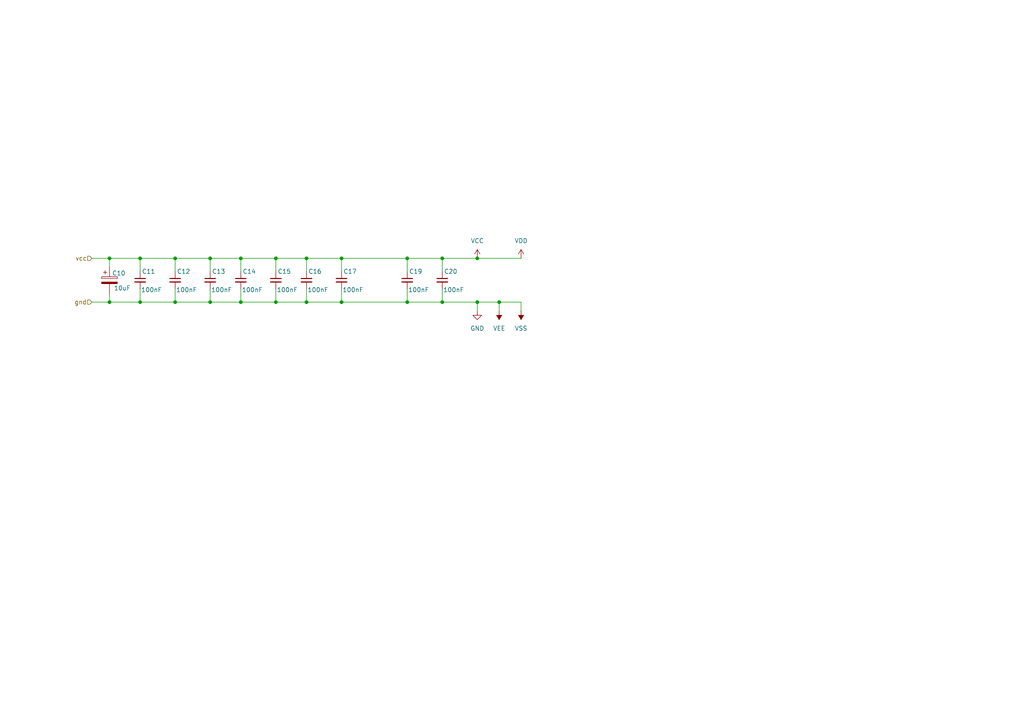
<source format=kicad_sch>
(kicad_sch (version 20250114) (generator "eeschema") (generator_version "9.0")
  (paper "A4")
  (lib_symbols
    (symbol "Device:C_Polarized" (pin_numbers (hide yes)) (pin_names (offset 0.254))
      (property "Reference" "C" (at 0.635 2.54 0))
      (property "Value" "C_Polarized" (at 0.635 -2.54 0))
      (symbol "C_Polarized_0_1"
        (rectangle (start -2.286 0.508) (end 2.286 1.016))
        (polyline (pts (xy -1.778 2.286) (xy -0.762 2.286)))
        (polyline (pts (xy -1.27 2.794) (xy -1.27 1.778)))
        (rectangle (start 2.286 -0.508) (end -2.286 -1.016) (fill (type outline)))
      )
      (symbol "C_Polarized_1_1"
        (pin passive line (at 0 3.81 270) (length 2.794) (name "~") (number "1"))
        (pin passive line (at 0 -3.81 90) (length 2.794) (name "~") (number "2"))
      )
    )
    (symbol "Device:C_Small" (pin_numbers (hide yes)) (pin_names (offset 0.254) (hide yes))
      (property "Reference" "C" (at 0.254 1.778 0))
      (property "Value" "C_Small" (at 0.254 -2.032 0))
      (symbol "C_Small_0_1"
        (polyline (pts (xy -1.524 0.508) (xy 1.524 0.508)) (stroke (width 0.3048)))
        (polyline (pts (xy -1.524 -0.508) (xy 1.524 -0.508)) (stroke (width 0.3302)))
      )
      (symbol "C_Small_1_1"
        (pin passive line (at 0 2.54 270) (length 2.032) (name "~") (number "1"))
        (pin passive line (at 0 -2.54 90) (length 2.032) (name "~") (number "2"))
      )
    )
    (symbol "power:GND" (power) (pin_numbers (hide yes)) (pin_names (offset 0) (hide yes))
      (property "Value" "GND" (at 0 -3.81 0))
      (symbol "GND_0_1"
        (polyline (pts (xy 0 0) (xy 0 -1.27) (xy 1.27 -1.27) (xy 0 -2.54) (xy -1.27 -1.27) (xy 0 -1.27)))
      )
      (symbol "GND_1_1"
        (pin power_in line (at 0 0 270) (length 0) (name "~") (number "1"))
      )
    )
    (symbol "power:VCC" (power) (pin_numbers (hide yes)) (pin_names (offset 0) (hide yes))
      (property "Value" "VCC" (at 0 3.556 0))
      (symbol "VCC_0_1"
        (polyline (pts (xy -0.762 1.27) (xy 0 2.54)))
        (polyline (pts (xy 0 2.54) (xy 0.762 1.27)))
        (polyline (pts (xy 0 0) (xy 0 2.54)))
      )
      (symbol "VCC_1_1"
        (pin power_in line (at 0 0 90) (length 0) (name "~") (number "1"))
      )
    )
    (symbol "power:VDD" (power) (pin_numbers (hide yes)) (pin_names (offset 0) (hide yes))
      (property "Value" "VDD" (at 0 3.556 0))
      (symbol "VDD_0_1"
        (polyline (pts (xy -0.762 1.27) (xy 0 2.54)))
        (polyline (pts (xy 0 2.54) (xy 0.762 1.27)))
        (polyline (pts (xy 0 0) (xy 0 2.54)))
      )
      (symbol "VDD_1_1"
        (pin power_in line (at 0 0 90) (length 0) (name "~") (number "1"))
      )
    )
    (symbol "power:VEE" (power) (pin_numbers (hide yes)) (pin_names (offset 0) (hide yes))
      (property "Value" "VEE" (at 0 3.556 0))
      (symbol "VEE_0_1"
        (polyline (pts (xy 0 0) (xy 0 2.54)))
        (polyline (pts (xy 0.762 1.27) (xy -0.762 1.27) (xy 0 2.54) (xy 0.762 1.27)) (fill (type outline)))
      )
      (symbol "VEE_1_1"
        (pin power_in line (at 0 0 90) (length 0) (name "~") (number "1"))
      )
    )
    (symbol "power:VSS" (power) (pin_numbers (hide yes)) (pin_names (offset 0) (hide yes))
      (property "Value" "VSS" (at 0 3.556 0))
      (symbol "VSS_0_1"
        (polyline (pts (xy 0 0) (xy 0 2.54)))
        (polyline (pts (xy 0.762 1.27) (xy -0.762 1.27) (xy 0 2.54) (xy 0.762 1.27)) (fill (type outline)))
      )
      (symbol "VSS_1_1"
        (pin power_in line (at 0 0 90) (length 0) (name "~") (number "1"))
      )
    )
  )
  (junction (at 69.85 74.93))
  (junction (at 138.43 74.93))
  (junction (at 60.96 74.93))
  (junction (at 40.64 87.63))
  (junction (at 128.27 74.93))
  (junction (at 40.64 74.93))
  (junction (at 88.9 74.93))
  (junction (at 118.11 87.63))
  (junction (at 31.75 74.93))
  (junction (at 80.01 87.63))
  (junction (at 99.06 87.63))
  (junction (at 118.11 74.93))
  (junction (at 144.78 87.63))
  (junction (at 50.8 74.93))
  (junction (at 88.9 87.63))
  (junction (at 80.01 74.93))
  (junction (at 99.06 74.93))
  (junction (at 128.27 87.63))
  (junction (at 60.96 87.63))
  (junction (at 31.75 87.63))
  (junction (at 138.43 87.63))
  (junction (at 50.8 87.63))
  (junction (at 69.85 87.63))
  (wire (pts (xy 88.9 74.93) (xy 88.9 78.74)))
  (wire (pts (xy 80.01 74.93) (xy 80.01 78.74)))
  (wire (pts (xy 88.9 83.82) (xy 88.9 87.63)))
  (wire (pts (xy 26.67 87.63) (xy 31.75 87.63)))
  (wire (pts (xy 50.8 87.63) (xy 60.96 87.63)))
  (wire (pts (xy 80.01 74.93) (xy 88.9 74.93)))
  (wire (pts (xy 80.01 87.63) (xy 88.9 87.63)))
  (wire (pts (xy 138.43 90.17) (xy 138.43 87.63)))
  (wire (pts (xy 99.06 83.82) (xy 99.06 87.63)))
  (wire (pts (xy 26.67 74.93) (xy 31.75 74.93)))
  (wire (pts (xy 88.9 87.63) (xy 99.06 87.63)))
  (wire (pts (xy 138.43 74.93) (xy 128.27 74.93)))
  (wire (pts (xy 118.11 83.82) (xy 118.11 87.63)))
  (wire (pts (xy 144.78 87.63) (xy 144.78 90.17)))
  (wire (pts (xy 118.11 74.93) (xy 118.11 78.74)))
  (wire (pts (xy 31.75 85.09) (xy 31.75 87.63)))
  (wire (pts (xy 128.27 74.93) (xy 128.27 78.74)))
  (wire (pts (xy 151.13 74.93) (xy 138.43 74.93)))
  (wire (pts (xy 138.43 87.63) (xy 128.27 87.63)))
  (wire (pts (xy 69.85 83.82) (xy 69.85 87.63)))
  (wire (pts (xy 31.75 87.63) (xy 40.64 87.63)))
  (wire (pts (xy 80.01 83.82) (xy 80.01 87.63)))
  (wire (pts (xy 50.8 83.82) (xy 50.8 87.63)))
  (wire (pts (xy 60.96 83.82) (xy 60.96 87.63)))
  (wire (pts (xy 50.8 74.93) (xy 50.8 78.74)))
  (wire (pts (xy 60.96 87.63) (xy 69.85 87.63)))
  (wire (pts (xy 40.64 74.93) (xy 40.64 78.74)))
  (wire (pts (xy 40.64 87.63) (xy 50.8 87.63)))
  (wire (pts (xy 69.85 87.63) (xy 80.01 87.63)))
  (wire (pts (xy 31.75 74.93) (xy 40.64 74.93)))
  (wire (pts (xy 40.64 74.93) (xy 50.8 74.93)))
  (wire (pts (xy 60.96 74.93) (xy 60.96 78.74)))
  (wire (pts (xy 99.06 74.93) (xy 118.11 74.93)))
  (wire (pts (xy 69.85 74.93) (xy 69.85 78.74)))
  (wire (pts (xy 151.13 87.63) (xy 144.78 87.63)))
  (wire (pts (xy 31.75 74.93) (xy 31.75 77.47)))
  (wire (pts (xy 69.85 74.93) (xy 80.01 74.93)))
  (wire (pts (xy 118.11 87.63) (xy 128.27 87.63)))
  (wire (pts (xy 128.27 83.82) (xy 128.27 87.63)))
  (wire (pts (xy 144.78 87.63) (xy 138.43 87.63)))
  (wire (pts (xy 151.13 87.63) (xy 151.13 90.17)))
  (wire (pts (xy 99.06 74.93) (xy 99.06 78.74)))
  (wire (pts (xy 40.64 83.82) (xy 40.64 87.63)))
  (wire (pts (xy 60.96 74.93) (xy 69.85 74.93)))
  (wire (pts (xy 50.8 74.93) (xy 60.96 74.93)))
  (wire (pts (xy 88.9 74.93) (xy 99.06 74.93)))
  (wire (pts (xy 118.11 74.93) (xy 128.27 74.93)))
  (wire (pts (xy 99.06 87.63) (xy 118.11 87.63)))
  (hierarchical_label "vcc" (shape input) (at 26.67 74.93 180))
  (hierarchical_label "gnd" (shape input) (at 26.67 87.63 180))
  (symbol (lib_id "Device:C_Small") (at 118.11 81.28 0) (unit 1)
    (property "Reference" "C19" (at 118.618 78.74 0) (effects (justify left)))
    (property "Value" "100nF" (at 118.364 84.074 0) (effects (justify left)))
    (property "Footprint" "Capacitor_THT:C_Disc_D3.0mm_W1.6mm_P2.50mm" (effects (hide yes)))
    (property "Description" "Unpolarized capacitor, small symbol" (effects (hide yes)))
  )
  (symbol (lib_id "Device:C_Small") (at 80.01 81.28 0) (unit 1)
    (property "Reference" "C15" (at 80.518 78.74 0) (effects (justify left)))
    (property "Value" "100nF" (at 80.264 84.074 0) (effects (justify left)))
    (property "Footprint" "Capacitor_THT:C_Disc_D3.0mm_W1.6mm_P2.50mm" (effects (hide yes)))
    (property "Description" "Unpolarized capacitor, small symbol" (effects (hide yes)))
  )
  (symbol (lib_id "Device:C_Small") (at 99.06 81.28 0) (unit 1)
    (property "Reference" "C17" (at 99.568 78.74 0) (effects (justify left)))
    (property "Value" "100nF" (at 99.314 84.074 0) (effects (justify left)))
    (property "Footprint" "Capacitor_THT:C_Disc_D3.0mm_W1.6mm_P2.50mm" (effects (hide yes)))
    (property "Description" "Unpolarized capacitor, small symbol" (effects (hide yes)))
  )
  (symbol (lib_id "Device:C_Polarized") (at 31.75 81.28 0) (unit 1)
    (property "Reference" "C10" (at 32.512 79.248 0) (effects (justify left)))
    (property "Value" "10uF" (at 33.02 83.566 0) (effects (justify left)))
    (property "Footprint" "Capacitor_THT:CP_Radial_D5.0mm_P2.50mm" (effects (hide yes)))
    (property "Description" "Polarized capacitor" (effects (hide yes)))
  )
  (symbol (lib_id "power:VSS") (at 151.13 90.17 0) (mirror x) (unit 1)
    (property "Reference" "#PWR032" (effects (hide yes)))
    (property "Value" "VSS" (at 151.13 95.25 0))
    (property "Description" "Power symbol creates a global label with name \"VSS\"" (effects (hide yes)))
  )
  (symbol (lib_id "power:VEE") (at 144.78 90.17 0) (mirror x) (unit 1)
    (property "Reference" "#PWR030" (effects (hide yes)))
    (property "Value" "VEE" (at 144.78 95.25 0))
    (property "Description" "Power symbol creates a global label with name \"VEE\"" (effects (hide yes)))
  )
  (symbol (lib_id "Device:C_Small") (at 69.85 81.28 0) (unit 1)
    (property "Reference" "C14" (at 70.358 78.74 0) (effects (justify left)))
    (property "Value" "100nF" (at 70.104 84.074 0) (effects (justify left)))
    (property "Footprint" "Capacitor_THT:C_Disc_D3.0mm_W1.6mm_P2.50mm" (effects (hide yes)))
    (property "Description" "Unpolarized capacitor, small symbol" (effects (hide yes)))
  )
  (symbol (lib_id "Device:C_Small") (at 128.27 81.28 0) (unit 1)
    (property "Reference" "C20" (at 128.778 78.74 0) (effects (justify left)))
    (property "Value" "100nF" (at 128.524 84.074 0) (effects (justify left)))
    (property "Footprint" "Capacitor_THT:C_Disc_D3.0mm_W1.6mm_P2.50mm" (effects (hide yes)))
    (property "Description" "Unpolarized capacitor, small symbol" (effects (hide yes)))
  )
  (symbol (lib_id "Device:C_Small") (at 50.8 81.28 0) (unit 1)
    (property "Reference" "C12" (at 51.308 78.74 0) (effects (justify left)))
    (property "Value" "100nF" (at 51.054 84.074 0) (effects (justify left)))
    (property "Footprint" "Capacitor_THT:C_Disc_D3.0mm_W1.6mm_P2.50mm" (effects (hide yes)))
    (property "Description" "Unpolarized capacitor, small symbol" (effects (hide yes)))
  )
  (symbol (lib_id "Device:C_Small") (at 60.96 81.28 0) (unit 1)
    (property "Reference" "C13" (at 61.468 78.74 0) (effects (justify left)))
    (property "Value" "100nF" (at 61.214 84.074 0) (effects (justify left)))
    (property "Footprint" "Capacitor_THT:C_Disc_D3.0mm_W1.6mm_P2.50mm" (effects (hide yes)))
    (property "Description" "Unpolarized capacitor, small symbol" (effects (hide yes)))
  )
  (symbol (lib_id "power:VCC") (at 138.43 74.93 0) (unit 1)
    (property "Reference" "#PWR028" (effects (hide yes)))
    (property "Value" "VCC" (at 138.43 69.85 0))
    (property "Description" "Power symbol creates a global label with name \"VCC\"" (effects (hide yes)))
  )
  (symbol (lib_id "Device:C_Small") (at 40.64 81.28 0) (unit 1)
    (property "Reference" "C11" (at 41.148 78.74 0) (effects (justify left)))
    (property "Value" "100nF" (at 40.894 84.074 0) (effects (justify left)))
    (property "Footprint" "Capacitor_THT:C_Disc_D3.0mm_W1.6mm_P2.50mm" (effects (hide yes)))
    (property "Description" "Unpolarized capacitor, small symbol" (effects (hide yes)))
  )
  (symbol (lib_id "power:VDD") (at 151.13 74.93 0) (unit 1)
    (property "Reference" "#PWR031" (effects (hide yes)))
    (property "Value" "VDD" (at 151.13 69.85 0))
    (property "Description" "Power symbol creates a global label with name \"VDD\"" (effects (hide yes)))
  )
  (symbol (lib_id "power:GND") (at 138.43 90.17 0) (unit 1)
    (property "Reference" "#PWR029" (effects (hide yes)))
    (property "Value" "GND" (at 138.43 95.25 0))
    (property "Description" "Power symbol creates a global label with name \"GND\" , ground" (effects (hide yes)))
  )
  (symbol (lib_id "Device:C_Small") (at 88.9 81.28 0) (unit 1)
    (property "Reference" "C16" (at 89.408 78.74 0) (effects (justify left)))
    (property "Value" "100nF" (at 89.154 84.074 0) (effects (justify left)))
    (property "Footprint" "Capacitor_THT:C_Disc_D3.0mm_W1.6mm_P2.50mm" (effects (hide yes)))
    (property "Description" "Unpolarized capacitor, small symbol" (effects (hide yes)))
  )
)
</source>
